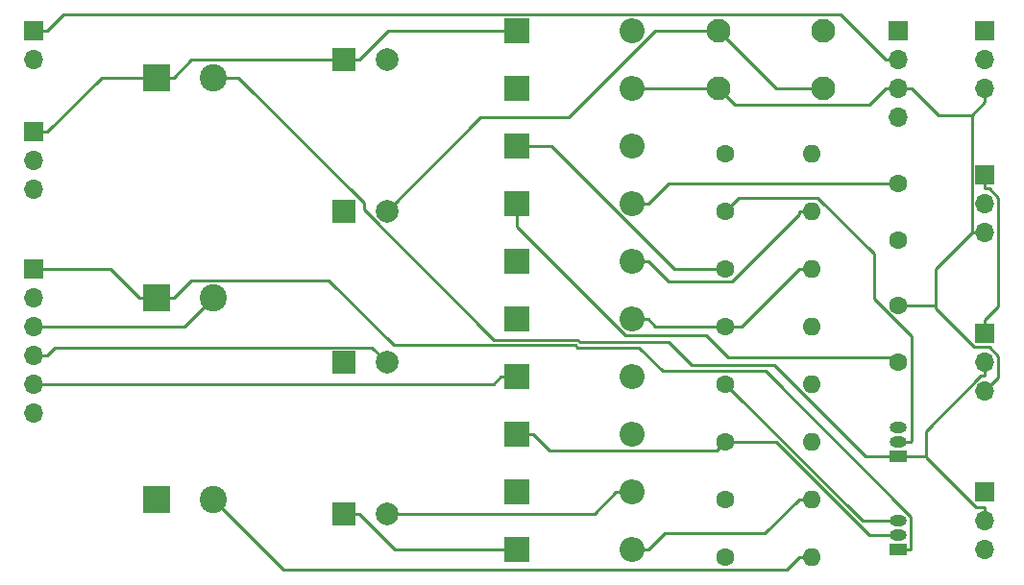
<source format=gbr>
G04 #@! TF.GenerationSoftware,KiCad,Pcbnew,(5.1.5)-3*
G04 #@! TF.CreationDate,2020-01-27T21:13:04-05:00*
G04 #@! TF.ProjectId,power,706f7765-722e-46b6-9963-61645f706362,v01*
G04 #@! TF.SameCoordinates,Original*
G04 #@! TF.FileFunction,Copper,L1,Top*
G04 #@! TF.FilePolarity,Positive*
%FSLAX46Y46*%
G04 Gerber Fmt 4.6, Leading zero omitted, Abs format (unit mm)*
G04 Created by KiCad (PCBNEW (5.1.5)-3) date 2020-01-27 21:13:04*
%MOMM*%
%LPD*%
G04 APERTURE LIST*
%ADD10R,2.000000X2.000000*%
%ADD11C,2.000000*%
%ADD12R,2.400000X2.400000*%
%ADD13C,2.400000*%
%ADD14C,1.600000*%
%ADD15O,2.200000X2.200000*%
%ADD16R,2.200000X2.200000*%
%ADD17R,1.700000X1.700000*%
%ADD18O,1.700000X1.700000*%
%ADD19R,1.500000X1.000000*%
%ADD20O,1.500000X1.000000*%
%ADD21O,1.600000X1.600000*%
%ADD22C,2.100000*%
%ADD23C,0.250000*%
G04 APERTURE END LIST*
D10*
X106045000Y-48895000D03*
D11*
X109845000Y-48895000D03*
X109845000Y-75565000D03*
D10*
X106045000Y-75565000D03*
X106045000Y-62230000D03*
D11*
X109845000Y-62230000D03*
D12*
X89535000Y-87630000D03*
D13*
X94535000Y-87630000D03*
D14*
X154940000Y-59770000D03*
X154940000Y-64770000D03*
D11*
X109845000Y-88900000D03*
D10*
X106045000Y-88900000D03*
D14*
X154940000Y-75565000D03*
X154940000Y-70565000D03*
D12*
X89535000Y-50455000D03*
D13*
X94535000Y-50455000D03*
X94535000Y-69850000D03*
D12*
X89535000Y-69850000D03*
D15*
X131445000Y-76835000D03*
D16*
X121285000Y-76835000D03*
X121285000Y-71755000D03*
D15*
X131445000Y-71755000D03*
D16*
X121285000Y-66675000D03*
D15*
X131445000Y-66675000D03*
X131445000Y-51435000D03*
D16*
X121285000Y-51435000D03*
D15*
X131445000Y-92075000D03*
D16*
X121285000Y-92075000D03*
X121285000Y-86995000D03*
D15*
X131445000Y-86995000D03*
X131445000Y-46355000D03*
D16*
X121285000Y-46355000D03*
X121285000Y-61595000D03*
D15*
X131445000Y-61595000D03*
D16*
X121285000Y-56515000D03*
D15*
X131445000Y-56515000D03*
X131445000Y-81915000D03*
D16*
X121285000Y-81915000D03*
D17*
X78740000Y-46355000D03*
D18*
X78740000Y-48895000D03*
D17*
X162560000Y-46355000D03*
D18*
X162560000Y-48895000D03*
X162560000Y-51435000D03*
X162560000Y-64135000D03*
X162560000Y-61595000D03*
D17*
X162560000Y-59055000D03*
X162560000Y-73025000D03*
D18*
X162560000Y-75565000D03*
X162560000Y-78105000D03*
D17*
X162560000Y-86995000D03*
D18*
X162560000Y-89535000D03*
X162560000Y-92075000D03*
D17*
X78740000Y-67310000D03*
D18*
X78740000Y-69850000D03*
X78740000Y-72390000D03*
X78740000Y-74930000D03*
X78740000Y-77470000D03*
X78740000Y-80010000D03*
X78740000Y-60325000D03*
X78740000Y-57785000D03*
D17*
X78740000Y-55245000D03*
D19*
X154940000Y-83820000D03*
D20*
X154940000Y-81280000D03*
X154940000Y-82550000D03*
X154940000Y-90805000D03*
X154940000Y-89535000D03*
D19*
X154940000Y-92075000D03*
D21*
X147320000Y-57150000D03*
D14*
X139700000Y-57150000D03*
X139700000Y-87630000D03*
D21*
X147320000Y-87630000D03*
D14*
X139700000Y-67310000D03*
D21*
X147320000Y-67310000D03*
X147320000Y-92710000D03*
D14*
X139700000Y-92710000D03*
D21*
X147320000Y-62230000D03*
D14*
X139700000Y-62230000D03*
D21*
X147320000Y-77470000D03*
D14*
X139700000Y-77470000D03*
X139700000Y-82550000D03*
D21*
X147320000Y-82550000D03*
D14*
X139700000Y-72390000D03*
D21*
X147320000Y-72390000D03*
D17*
X154940000Y-46355000D03*
D18*
X154940000Y-48895000D03*
X154940000Y-51435000D03*
X154940000Y-53975000D03*
D22*
X148265000Y-51435000D03*
X139065000Y-51435000D03*
X139065000Y-46355000D03*
X148265000Y-46355000D03*
D23*
X78740000Y-74930000D02*
X79915300Y-74930000D01*
X79915300Y-74930000D02*
X80605600Y-74239700D01*
X80605600Y-74239700D02*
X108519700Y-74239700D01*
X108519700Y-74239700D02*
X109845000Y-75565000D01*
X158168800Y-70565000D02*
X154940000Y-70565000D01*
X147320000Y-67310000D02*
X146194700Y-67310000D01*
X146194700Y-67310000D02*
X141114700Y-72390000D01*
X141114700Y-72390000D02*
X139700000Y-72390000D01*
X139065000Y-51435000D02*
X140477100Y-52847100D01*
X140477100Y-52847100D02*
X152352600Y-52847100D01*
X152352600Y-52847100D02*
X153764700Y-51435000D01*
X139065000Y-51435000D02*
X131445000Y-51435000D01*
X154940000Y-51435000D02*
X153764700Y-51435000D01*
X158168800Y-70565000D02*
X158168800Y-70802100D01*
X158168800Y-70802100D02*
X161567100Y-74200400D01*
X161567100Y-74200400D02*
X162941400Y-74200400D01*
X162941400Y-74200400D02*
X163744600Y-75003600D01*
X163744600Y-75003600D02*
X163744600Y-76920400D01*
X163744600Y-76920400D02*
X162560000Y-78105000D01*
X161384700Y-64135000D02*
X158168800Y-67350900D01*
X158168800Y-67350900D02*
X158168800Y-70565000D01*
X161384700Y-53785600D02*
X162560000Y-52610300D01*
X156115300Y-51435000D02*
X158465900Y-53785600D01*
X158465900Y-53785600D02*
X161384700Y-53785600D01*
X161384700Y-53785600D02*
X161384700Y-64135000D01*
X162560000Y-64135000D02*
X161384700Y-64135000D01*
X154940000Y-51435000D02*
X156115300Y-51435000D01*
X162560000Y-51435000D02*
X162560000Y-52610300D01*
X94535000Y-69850000D02*
X91995000Y-72390000D01*
X91995000Y-72390000D02*
X78740000Y-72390000D01*
X89535000Y-50455000D02*
X91060300Y-50455000D01*
X91060300Y-50455000D02*
X92620300Y-48895000D01*
X92620300Y-48895000D02*
X106045000Y-48895000D01*
X79915300Y-55245000D02*
X84705300Y-50455000D01*
X84705300Y-50455000D02*
X89535000Y-50455000D01*
X106045000Y-48895000D02*
X107370300Y-48895000D01*
X121285000Y-46355000D02*
X109910300Y-46355000D01*
X109910300Y-46355000D02*
X107370300Y-48895000D01*
X132870300Y-71755000D02*
X133505300Y-72390000D01*
X133505300Y-72390000D02*
X139700000Y-72390000D01*
X78740000Y-55245000D02*
X79915300Y-55245000D01*
X131445000Y-71755000D02*
X132870300Y-71755000D01*
X109845000Y-62230000D02*
X118100000Y-53975000D01*
X118100000Y-53975000D02*
X125840800Y-53975000D01*
X125840800Y-53975000D02*
X133460800Y-46355000D01*
X133460800Y-46355000D02*
X139065000Y-46355000D01*
X139065000Y-46355000D02*
X144145000Y-51435000D01*
X144145000Y-51435000D02*
X148265000Y-51435000D01*
X131445000Y-66675000D02*
X132870300Y-66675000D01*
X147320000Y-62230000D02*
X146194700Y-62230000D01*
X146194700Y-62230000D02*
X146194700Y-62511300D01*
X146194700Y-62511300D02*
X140260800Y-68445200D01*
X140260800Y-68445200D02*
X134640500Y-68445200D01*
X134640500Y-68445200D02*
X132870300Y-66675000D01*
X147320000Y-92710000D02*
X146194700Y-92710000D01*
X94535000Y-87630000D02*
X100740300Y-93835300D01*
X100740300Y-93835300D02*
X145069400Y-93835300D01*
X145069400Y-93835300D02*
X146194700Y-92710000D01*
X131445000Y-61595000D02*
X132870300Y-61595000D01*
X132870300Y-61595000D02*
X134695300Y-59770000D01*
X134695300Y-59770000D02*
X154940000Y-59770000D01*
X139700000Y-67310000D02*
X135138100Y-67310000D01*
X135138100Y-67310000D02*
X124343100Y-56515000D01*
X124343100Y-56515000D02*
X121285000Y-56515000D01*
X131445000Y-86995000D02*
X130019700Y-86995000D01*
X130019700Y-86995000D02*
X128114700Y-88900000D01*
X128114700Y-88900000D02*
X109845000Y-88900000D01*
X106045000Y-88900000D02*
X107370300Y-88900000D01*
X121285000Y-92075000D02*
X110545300Y-92075000D01*
X110545300Y-92075000D02*
X107370300Y-88900000D01*
X154940000Y-83820000D02*
X152034200Y-83820000D01*
X152034200Y-83820000D02*
X144004300Y-75790100D01*
X144004300Y-75790100D02*
X136663300Y-75790100D01*
X136663300Y-75790100D02*
X134662500Y-73789300D01*
X134662500Y-73789300D02*
X126843400Y-73789300D01*
X126843400Y-73789300D02*
X126639400Y-73585300D01*
X126639400Y-73585300D02*
X119295700Y-73585300D01*
X119295700Y-73585300D02*
X107807700Y-62097300D01*
X107807700Y-62097300D02*
X107807700Y-61527600D01*
X107807700Y-61527600D02*
X96735100Y-50455000D01*
X96735100Y-50455000D02*
X94535000Y-50455000D01*
X155025700Y-83820000D02*
X154940000Y-83820000D01*
X155025700Y-83820000D02*
X155477700Y-83820000D01*
X162560000Y-89535000D02*
X162560000Y-88359700D01*
X157324700Y-83820000D02*
X157324700Y-81608300D01*
X157324700Y-81608300D02*
X162192700Y-76740300D01*
X162192700Y-76740300D02*
X162560000Y-76740300D01*
X162560000Y-88359700D02*
X161744500Y-88359700D01*
X161744500Y-88359700D02*
X157324700Y-83939900D01*
X157324700Y-83939900D02*
X157324700Y-83820000D01*
X157324700Y-83820000D02*
X155477700Y-83820000D01*
X162560000Y-75565000D02*
X162560000Y-76740300D01*
X156015300Y-92075000D02*
X156015300Y-89176800D01*
X156015300Y-89176800D02*
X143183100Y-76344600D01*
X143183100Y-76344600D02*
X134122200Y-76344600D01*
X134122200Y-76344600D02*
X132024400Y-74246800D01*
X132024400Y-74246800D02*
X126664000Y-74246800D01*
X126664000Y-74246800D02*
X126452800Y-74035600D01*
X126452800Y-74035600D02*
X110430600Y-74035600D01*
X110430600Y-74035600D02*
X104719700Y-68324700D01*
X104719700Y-68324700D02*
X92585600Y-68324700D01*
X92585600Y-68324700D02*
X91060300Y-69850000D01*
X89535000Y-69850000D02*
X91060300Y-69850000D01*
X154940000Y-92075000D02*
X156015300Y-92075000D01*
X162560000Y-73025000D02*
X162560000Y-71849700D01*
X162560000Y-59055000D02*
X162560000Y-60230300D01*
X162560000Y-60230300D02*
X162927300Y-60230300D01*
X162927300Y-60230300D02*
X163735300Y-61038300D01*
X163735300Y-61038300D02*
X163735300Y-70674400D01*
X163735300Y-70674400D02*
X162560000Y-71849700D01*
X89535000Y-69850000D02*
X88009700Y-69850000D01*
X78740000Y-67310000D02*
X85469700Y-67310000D01*
X85469700Y-67310000D02*
X88009700Y-69850000D01*
X121285000Y-76835000D02*
X119859700Y-76835000D01*
X119859700Y-76835000D02*
X119224700Y-77470000D01*
X119224700Y-77470000D02*
X78740000Y-77470000D01*
X154940000Y-82550000D02*
X156015300Y-82550000D01*
X139700000Y-62230000D02*
X140841100Y-61088900D01*
X140841100Y-61088900D02*
X147824100Y-61088900D01*
X147824100Y-61088900D02*
X152749700Y-66014500D01*
X152749700Y-66014500D02*
X152749700Y-69974500D01*
X152749700Y-69974500D02*
X156069800Y-73294600D01*
X156069800Y-73294600D02*
X156069800Y-82495500D01*
X156069800Y-82495500D02*
X156015300Y-82550000D01*
X154940000Y-75565000D02*
X154489700Y-75114700D01*
X154489700Y-75114700D02*
X139945800Y-75114700D01*
X139945800Y-75114700D02*
X138011400Y-73180300D01*
X138011400Y-73180300D02*
X130850500Y-73180300D01*
X130850500Y-73180300D02*
X121285000Y-63614800D01*
X121285000Y-63614800D02*
X121285000Y-61595000D01*
X121285000Y-81915000D02*
X122710300Y-81915000D01*
X139700000Y-82550000D02*
X138909700Y-83340300D01*
X138909700Y-83340300D02*
X124135600Y-83340300D01*
X124135600Y-83340300D02*
X122710300Y-81915000D01*
X154940000Y-90805000D02*
X152398100Y-90805000D01*
X152398100Y-90805000D02*
X144143100Y-82550000D01*
X144143100Y-82550000D02*
X139700000Y-82550000D01*
X79915300Y-46355000D02*
X81340600Y-44929700D01*
X81340600Y-44929700D02*
X149799400Y-44929700D01*
X149799400Y-44929700D02*
X153764700Y-48895000D01*
X154940000Y-48895000D02*
X153764700Y-48895000D01*
X78740000Y-46355000D02*
X79915300Y-46355000D01*
X131445000Y-92075000D02*
X132870300Y-92075000D01*
X147320000Y-87630000D02*
X146194700Y-87630000D01*
X146194700Y-87630000D02*
X143175000Y-90649700D01*
X143175000Y-90649700D02*
X134295600Y-90649700D01*
X134295600Y-90649700D02*
X132870300Y-92075000D01*
X154940000Y-89535000D02*
X151765000Y-89535000D01*
X151765000Y-89535000D02*
X139700000Y-77470000D01*
M02*

</source>
